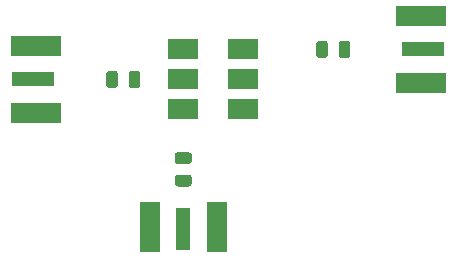
<source format=gbr>
%TF.GenerationSoftware,KiCad,Pcbnew,(5.1.9)-1*%
%TF.CreationDate,2021-03-17T18:45:03-04:00*%
%TF.ProjectId,BackupMixer,4261636b-7570-44d6-9978-65722e6b6963,rev?*%
%TF.SameCoordinates,Original*%
%TF.FileFunction,Paste,Top*%
%TF.FilePolarity,Positive*%
%FSLAX46Y46*%
G04 Gerber Fmt 4.6, Leading zero omitted, Abs format (unit mm)*
G04 Created by KiCad (PCBNEW (5.1.9)-1) date 2021-03-17 18:45:03*
%MOMM*%
%LPD*%
G01*
G04 APERTURE LIST*
%ADD10R,2.540000X1.651000*%
%ADD11R,1.750000X4.200000*%
%ADD12R,1.270000X3.600000*%
%ADD13R,4.200000X1.750000*%
%ADD14R,3.600000X1.270000*%
G04 APERTURE END LIST*
D10*
%TO.C,UADE10x1*%
X132080000Y-91440000D03*
X132080000Y-93980000D03*
X132080000Y-96520000D03*
X137160000Y-91440000D03*
X137160000Y-93980000D03*
X137160000Y-96520000D03*
%TD*%
D11*
%TO.C,JRF1*%
X134905000Y-106480000D03*
X129255000Y-106480000D03*
D12*
X132080000Y-106680000D03*
%TD*%
D13*
%TO.C,JLO1*%
X152200000Y-88615000D03*
X152200000Y-94265000D03*
D14*
X152400000Y-91440000D03*
%TD*%
D13*
%TO.C,JIF1*%
X119580000Y-96805000D03*
X119580000Y-91155000D03*
D14*
X119380000Y-93980000D03*
%TD*%
%TO.C,CC3*%
G36*
G01*
X126550000Y-93505000D02*
X126550000Y-94455000D01*
G75*
G02*
X126300000Y-94705000I-250000J0D01*
G01*
X125800000Y-94705000D01*
G75*
G02*
X125550000Y-94455000I0J250000D01*
G01*
X125550000Y-93505000D01*
G75*
G02*
X125800000Y-93255000I250000J0D01*
G01*
X126300000Y-93255000D01*
G75*
G02*
X126550000Y-93505000I0J-250000D01*
G01*
G37*
G36*
G01*
X128450000Y-93505000D02*
X128450000Y-94455000D01*
G75*
G02*
X128200000Y-94705000I-250000J0D01*
G01*
X127700000Y-94705000D01*
G75*
G02*
X127450000Y-94455000I0J250000D01*
G01*
X127450000Y-93505000D01*
G75*
G02*
X127700000Y-93255000I250000J0D01*
G01*
X128200000Y-93255000D01*
G75*
G02*
X128450000Y-93505000I0J-250000D01*
G01*
G37*
%TD*%
%TO.C,CC2*%
G36*
G01*
X145230000Y-91915000D02*
X145230000Y-90965000D01*
G75*
G02*
X145480000Y-90715000I250000J0D01*
G01*
X145980000Y-90715000D01*
G75*
G02*
X146230000Y-90965000I0J-250000D01*
G01*
X146230000Y-91915000D01*
G75*
G02*
X145980000Y-92165000I-250000J0D01*
G01*
X145480000Y-92165000D01*
G75*
G02*
X145230000Y-91915000I0J250000D01*
G01*
G37*
G36*
G01*
X143330000Y-91915000D02*
X143330000Y-90965000D01*
G75*
G02*
X143580000Y-90715000I250000J0D01*
G01*
X144080000Y-90715000D01*
G75*
G02*
X144330000Y-90965000I0J-250000D01*
G01*
X144330000Y-91915000D01*
G75*
G02*
X144080000Y-92165000I-250000J0D01*
G01*
X143580000Y-92165000D01*
G75*
G02*
X143330000Y-91915000I0J250000D01*
G01*
G37*
%TD*%
%TO.C,CC1*%
G36*
G01*
X132555000Y-101150000D02*
X131605000Y-101150000D01*
G75*
G02*
X131355000Y-100900000I0J250000D01*
G01*
X131355000Y-100400000D01*
G75*
G02*
X131605000Y-100150000I250000J0D01*
G01*
X132555000Y-100150000D01*
G75*
G02*
X132805000Y-100400000I0J-250000D01*
G01*
X132805000Y-100900000D01*
G75*
G02*
X132555000Y-101150000I-250000J0D01*
G01*
G37*
G36*
G01*
X132555000Y-103050000D02*
X131605000Y-103050000D01*
G75*
G02*
X131355000Y-102800000I0J250000D01*
G01*
X131355000Y-102300000D01*
G75*
G02*
X131605000Y-102050000I250000J0D01*
G01*
X132555000Y-102050000D01*
G75*
G02*
X132805000Y-102300000I0J-250000D01*
G01*
X132805000Y-102800000D01*
G75*
G02*
X132555000Y-103050000I-250000J0D01*
G01*
G37*
%TD*%
M02*

</source>
